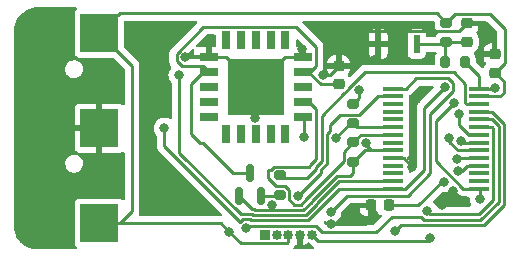
<source format=gbr>
%TF.GenerationSoftware,KiCad,Pcbnew,7.0.6*%
%TF.CreationDate,2024-02-06T14:07:08+09:00*%
%TF.ProjectId,CO2_sensor,434f325f-7365-46e7-936f-722e6b696361,rev?*%
%TF.SameCoordinates,Original*%
%TF.FileFunction,Copper,L2,Bot*%
%TF.FilePolarity,Positive*%
%FSLAX46Y46*%
G04 Gerber Fmt 4.6, Leading zero omitted, Abs format (unit mm)*
G04 Created by KiCad (PCBNEW 7.0.6) date 2024-02-06 14:07:08*
%MOMM*%
%LPD*%
G01*
G04 APERTURE LIST*
G04 Aperture macros list*
%AMRoundRect*
0 Rectangle with rounded corners*
0 $1 Rounding radius*
0 $2 $3 $4 $5 $6 $7 $8 $9 X,Y pos of 4 corners*
0 Add a 4 corners polygon primitive as box body*
4,1,4,$2,$3,$4,$5,$6,$7,$8,$9,$2,$3,0*
0 Add four circle primitives for the rounded corners*
1,1,$1+$1,$2,$3*
1,1,$1+$1,$4,$5*
1,1,$1+$1,$6,$7*
1,1,$1+$1,$8,$9*
0 Add four rect primitives between the rounded corners*
20,1,$1+$1,$2,$3,$4,$5,0*
20,1,$1+$1,$4,$5,$6,$7,0*
20,1,$1+$1,$6,$7,$8,$9,0*
20,1,$1+$1,$8,$9,$2,$3,0*%
G04 Aperture macros list end*
%TA.AperFunction,ComponentPad*%
%ADD10R,0.850000X0.850000*%
%TD*%
%TA.AperFunction,ComponentPad*%
%ADD11O,0.850000X0.850000*%
%TD*%
%TA.AperFunction,SMDPad,CuDef*%
%ADD12RoundRect,0.225000X0.250000X-0.225000X0.250000X0.225000X-0.250000X0.225000X-0.250000X-0.225000X0*%
%TD*%
%TA.AperFunction,SMDPad,CuDef*%
%ADD13R,0.800000X1.500000*%
%TD*%
%TA.AperFunction,SMDPad,CuDef*%
%ADD14R,1.500000X0.800000*%
%TD*%
%TA.AperFunction,SMDPad,CuDef*%
%ADD15R,4.800000X4.800000*%
%TD*%
%TA.AperFunction,SMDPad,CuDef*%
%ADD16R,1.651000X0.431800*%
%TD*%
%TA.AperFunction,SMDPad,CuDef*%
%ADD17RoundRect,0.200000X0.275000X-0.200000X0.275000X0.200000X-0.275000X0.200000X-0.275000X-0.200000X0*%
%TD*%
%TA.AperFunction,SMDPad,CuDef*%
%ADD18R,0.550000X1.500000*%
%TD*%
%TA.AperFunction,SMDPad,CuDef*%
%ADD19RoundRect,0.225000X-0.250000X0.225000X-0.250000X-0.225000X0.250000X-0.225000X0.250000X0.225000X0*%
%TD*%
%TA.AperFunction,SMDPad,CuDef*%
%ADD20RoundRect,0.150000X0.150000X-0.587500X0.150000X0.587500X-0.150000X0.587500X-0.150000X-0.587500X0*%
%TD*%
%TA.AperFunction,SMDPad,CuDef*%
%ADD21RoundRect,0.200000X-0.275000X0.200000X-0.275000X-0.200000X0.275000X-0.200000X0.275000X0.200000X0*%
%TD*%
%TA.AperFunction,SMDPad,CuDef*%
%ADD22RoundRect,0.200000X0.200000X0.275000X-0.200000X0.275000X-0.200000X-0.275000X0.200000X-0.275000X0*%
%TD*%
%TA.AperFunction,SMDPad,CuDef*%
%ADD23R,3.200000X3.200000*%
%TD*%
%TA.AperFunction,SMDPad,CuDef*%
%ADD24RoundRect,0.225000X-0.225000X-0.250000X0.225000X-0.250000X0.225000X0.250000X-0.225000X0.250000X0*%
%TD*%
%TA.AperFunction,ViaPad*%
%ADD25C,0.800000*%
%TD*%
%TA.AperFunction,Conductor*%
%ADD26C,0.250000*%
%TD*%
G04 APERTURE END LIST*
D10*
%TO.P,J1,1,Pin_1*%
%TO.N,/ICSPCLK*%
X185500000Y-129250000D03*
D11*
%TO.P,J1,2,Pin_2*%
%TO.N,/ICSPDAT*%
X186500000Y-129250000D03*
%TO.P,J1,3,Pin_3*%
%TO.N,+3.3V*%
X187500000Y-129250000D03*
%TO.P,J1,4,Pin_4*%
%TO.N,GND*%
X188500000Y-129250000D03*
%TO.P,J1,5,Pin_5*%
%TO.N,/MCLR*%
X189500000Y-129250000D03*
%TD*%
D12*
%TO.P,C13,1*%
%TO.N,/CO2_3V3*%
X191750000Y-116525000D03*
%TO.P,C13,2*%
%TO.N,GND*%
X191750000Y-114975000D03*
%TD*%
D13*
%TO.P,1,1,DNC_1*%
%TO.N,unconnected-(1-DNC_1-Pad1)*%
X182250000Y-112750000D03*
%TO.P,1,2,DNC_2*%
%TO.N,unconnected-(1-DNC_2-Pad2)*%
X183500000Y-112750000D03*
%TO.P,1,3,DNC_3*%
%TO.N,unconnected-(1-DNC_3-Pad3)*%
X184750000Y-112750000D03*
%TO.P,1,4,DNC_4*%
%TO.N,unconnected-(1-DNC_4-Pad4)*%
X186000000Y-112750000D03*
%TO.P,1,5,DNC_5*%
%TO.N,unconnected-(1-DNC_5-Pad5)*%
X187250000Y-112750000D03*
D14*
%TO.P,1,6,GND_1*%
%TO.N,GND*%
X188750000Y-114250000D03*
%TO.P,1,7,VDD*%
%TO.N,/CO2_3V3*%
X188750000Y-115500000D03*
%TO.P,1,8,DNC_6*%
%TO.N,unconnected-(1-DNC_6-Pad8)*%
X188750000Y-116750000D03*
%TO.P,1,9,SCL*%
%TO.N,/SCL*%
X188750000Y-118000000D03*
%TO.P,1,10,SDA*%
%TO.N,/SDA*%
X188750000Y-119250000D03*
D13*
%TO.P,1,11,DNC_7*%
%TO.N,unconnected-(1-DNC_7-Pad11)*%
X187250000Y-120750000D03*
%TO.P,1,12,DNC_8*%
%TO.N,unconnected-(1-DNC_8-Pad12)*%
X186000000Y-120750000D03*
%TO.P,1,13,DNC_9*%
%TO.N,unconnected-(1-DNC_9-Pad13)*%
X184750000Y-120750000D03*
%TO.P,1,14,DNC_10*%
%TO.N,unconnected-(1-DNC_10-Pad14)*%
X183500000Y-120750000D03*
%TO.P,1,15,DNC_11*%
%TO.N,unconnected-(1-DNC_11-Pad15)*%
X182250000Y-120750000D03*
D14*
%TO.P,1,16,DNC_12*%
%TO.N,unconnected-(1-DNC_12-Pad16)*%
X180750000Y-119250000D03*
%TO.P,1,17,DNC_13*%
%TO.N,unconnected-(1-DNC_13-Pad17)*%
X180750000Y-118000000D03*
%TO.P,1,18,DNC_14*%
%TO.N,unconnected-(1-DNC_14-Pad18)*%
X180750000Y-116750000D03*
%TO.P,1,19,VDDH*%
%TO.N,/CO2_3V3*%
X180750000Y-115500000D03*
%TO.P,1,20,GND_2*%
%TO.N,GND*%
X180750000Y-114250000D03*
D15*
%TO.P,1,21,GND_3*%
X184750000Y-116750000D03*
%TD*%
D16*
%TO.P,U1,1,RE3/\u002AMCLR/VPP*%
%TO.N,/MCLR*%
X203632200Y-116900126D03*
%TO.P,U1,2,RA0*%
%TO.N,+3.3V*%
X203632200Y-117550112D03*
%TO.P,U1,3,RA1*%
%TO.N,/CO2_PWR*%
X203632200Y-118200098D03*
%TO.P,U1,4,RA2*%
%TO.N,/Screen_PWR*%
X203632200Y-118850084D03*
%TO.P,U1,5,RA3*%
%TO.N,/SD_PWR*%
X203632200Y-119500070D03*
%TO.P,U1,6,RA4*%
%TO.N,/SD_CS*%
X203632200Y-120150056D03*
%TO.P,U1,7,RA5*%
%TO.N,/Screen_CS*%
X203632200Y-120800042D03*
%TO.P,U1,8,VSS*%
%TO.N,GND*%
X203632200Y-121450028D03*
%TO.P,U1,9,RA7*%
%TO.N,/D{slash}C*%
X203632200Y-122100014D03*
%TO.P,U1,10,RA6*%
%TO.N,/Screen_RES*%
X203632200Y-122750000D03*
%TO.P,U1,11,RC0*%
%TO.N,/Screen_BUSY*%
X203632200Y-123399986D03*
%TO.P,U1,12,RC1*%
%TO.N,unconnected-(U1-RC1-Pad12)*%
X203632200Y-124049972D03*
%TO.P,U1,13,RC2*%
%TO.N,unconnected-(U1-RC2-Pad13)*%
X203632200Y-124699958D03*
%TO.P,U1,14,RC3*%
%TO.N,/SCK*%
X203632200Y-125349944D03*
%TO.P,U1,15,RC4*%
%TO.N,/SDI*%
X196367800Y-125349944D03*
%TO.P,U1,16,RC5*%
%TO.N,/SDO*%
X196367800Y-124699958D03*
%TO.P,U1,17,RC6*%
%TO.N,unconnected-(U1-RC6-Pad17)*%
X196367800Y-124049972D03*
%TO.P,U1,18,RC7*%
%TO.N,unconnected-(U1-RC7-Pad18)*%
X196367800Y-123399986D03*
%TO.P,U1,19,VSS*%
%TO.N,GND*%
X196367800Y-122750000D03*
%TO.P,U1,20,VDD*%
%TO.N,+3.3V*%
X196367800Y-122100014D03*
%TO.P,U1,21,RB0*%
%TO.N,unconnected-(U1-RB0-Pad21)*%
X196367800Y-121450028D03*
%TO.P,U1,22,RB1*%
%TO.N,/SCL*%
X196367800Y-120800042D03*
%TO.P,U1,23,RB2*%
%TO.N,/SDA*%
X196367800Y-120150056D03*
%TO.P,U1,24,RB3*%
%TO.N,unconnected-(U1-RB3-Pad24)*%
X196367800Y-119500070D03*
%TO.P,U1,25,RB4*%
%TO.N,unconnected-(U1-RB4-Pad25)*%
X196367800Y-118850084D03*
%TO.P,U1,26,RB5*%
%TO.N,unconnected-(U1-RB5-Pad26)*%
X196367800Y-118200098D03*
%TO.P,U1,27,RB6/ICSPCLK*%
%TO.N,/ICSPCLK*%
X196367800Y-117550112D03*
%TO.P,U1,28,RC7/ICSPDAT*%
%TO.N,/ICSPDAT*%
X196367800Y-116900126D03*
%TD*%
D17*
%TO.P,R5,1*%
%TO.N,Net-(C12-Pad2)*%
X200867800Y-112950035D03*
%TO.P,R5,2*%
%TO.N,+3.3V*%
X200867800Y-111300035D03*
%TD*%
D18*
%TO.P,CB1,1*%
%TO.N,Net-(C12-Pad2)*%
X198367800Y-113125035D03*
%TO.P,CB1,2*%
%TO.N,GND*%
X195117800Y-113125035D03*
%TD*%
D19*
%TO.P,C14,1*%
%TO.N,GND*%
X205000000Y-113975000D03*
%TO.P,C14,2*%
%TO.N,+3.3V*%
X205000000Y-115525000D03*
%TD*%
D17*
%TO.P,R8,1*%
%TO.N,/SDA*%
X193000000Y-119825000D03*
%TO.P,R8,2*%
%TO.N,+3.3V*%
X193000000Y-118175000D03*
%TD*%
D20*
%TO.P,Q2,1,G*%
%TO.N,Net-(Q2-G)*%
X185200000Y-125937500D03*
%TO.P,Q2,2,S*%
%TO.N,+3.3V*%
X183300000Y-125937500D03*
%TO.P,Q2,3,D*%
%TO.N,/CO2_3V3*%
X184250000Y-124062500D03*
%TD*%
D19*
%TO.P,C12,1*%
%TO.N,GND*%
X202617800Y-111350035D03*
%TO.P,C12,2*%
%TO.N,Net-(C12-Pad2)*%
X202617800Y-112900035D03*
%TD*%
D21*
%TO.P,R2,1*%
%TO.N,/CO2_PWR*%
X186759249Y-124235911D03*
%TO.P,R2,2*%
%TO.N,Net-(Q2-G)*%
X186759249Y-125885911D03*
%TD*%
%TO.P,R9,1*%
%TO.N,/SCL*%
X193000000Y-121425000D03*
%TO.P,R9,2*%
%TO.N,+3.3V*%
X193000000Y-123075000D03*
%TD*%
D22*
%TO.P,R6,1*%
%TO.N,/MCLR*%
X202442800Y-114625035D03*
%TO.P,R6,2*%
%TO.N,Net-(C12-Pad2)*%
X200792800Y-114625035D03*
%TD*%
D23*
%TO.P,BT1,1,+*%
%TO.N,+3.3V*%
X171500000Y-128300000D03*
X171500000Y-112200000D03*
%TO.P,BT1,2,-*%
%TO.N,GND*%
X171500000Y-120250000D03*
%TD*%
D24*
%TO.P,C5,1*%
%TO.N,GND*%
X194475000Y-126750000D03*
%TO.P,C5,2*%
%TO.N,Net-(J2-Pin_5)*%
X196025000Y-126750000D03*
%TD*%
D25*
%TO.N,GND*%
X194774000Y-114500000D03*
X204750000Y-112500000D03*
X190423449Y-115699785D03*
X177500000Y-112500000D03*
X188662500Y-113502353D03*
X184693921Y-119400498D03*
X167000000Y-120000000D03*
X178750000Y-114250000D03*
X202097264Y-121329994D03*
X193097043Y-113025500D03*
X200500000Y-126775500D03*
X178250000Y-124750000D03*
X175750000Y-114000000D03*
X201452998Y-125522404D03*
X191100405Y-128325500D03*
X198000000Y-123500000D03*
X194750000Y-127548639D03*
%TO.N,/SDA*%
X191499500Y-121026507D03*
X188821751Y-121019178D03*
%TO.N,+3.3V*%
X193512299Y-117012299D03*
X186076200Y-126773441D03*
X194074500Y-121524542D03*
X182500000Y-129000000D03*
%TO.N,Net-(J2-Pin_5)*%
X200693201Y-124763313D03*
%TO.N,/ICSPCLK*%
X188283749Y-125974570D03*
%TO.N,/ICSPDAT*%
X191084223Y-127326128D03*
%TO.N,/MCLR*%
X205025500Y-116825612D03*
X199500000Y-129500000D03*
%TO.N,/Screen_BUSY*%
X201860089Y-123835490D03*
%TO.N,/Screen_RES*%
X201779414Y-122839248D03*
%TO.N,/D{slash}C*%
X201125180Y-121097491D03*
%TO.N,/Screen_CS*%
X201931007Y-119016955D03*
%TO.N,/SCK*%
X203750000Y-126250000D03*
X201554496Y-118091080D03*
%TO.N,/SDI*%
X200737701Y-116750000D03*
X177000000Y-120250000D03*
%TO.N,/SD_CS*%
X199250000Y-127274500D03*
%TO.N,/SDO*%
X178250000Y-115750000D03*
%TO.N,/Screen_PWR*%
X196546077Y-128910430D03*
%TO.N,/SD_PWR*%
X183925096Y-128674500D03*
%TD*%
D26*
%TO.N,GND*%
X180750000Y-114250000D02*
X182250000Y-114250000D01*
X178750000Y-114250000D02*
X180750000Y-114250000D01*
X193973139Y-128325500D02*
X194750000Y-127548639D01*
X194750000Y-127025000D02*
X194475000Y-126750000D01*
X201917800Y-112050035D02*
X202617800Y-111350035D01*
X184693921Y-119400498D02*
X184750000Y-119344419D01*
X187250000Y-114250000D02*
X184750000Y-116750000D01*
X196367800Y-122750000D02*
X197250000Y-122750000D01*
X191025215Y-115699785D02*
X191750000Y-114975000D01*
X184750000Y-119344419D02*
X184750000Y-116750000D01*
X190423449Y-115699785D02*
X191025215Y-115699785D01*
X202217298Y-121450028D02*
X203632200Y-121450028D01*
X202097264Y-121329994D02*
X202217298Y-121450028D01*
X191100405Y-128325500D02*
X193973139Y-128325500D01*
X194072508Y-112050035D02*
X201917800Y-112050035D01*
X201452998Y-125822502D02*
X200500000Y-126775500D01*
X182250000Y-114250000D02*
X184750000Y-116750000D01*
X188750000Y-114250000D02*
X187250000Y-114250000D01*
X193097043Y-113025500D02*
X194072508Y-112050035D01*
X197250000Y-122750000D02*
X198000000Y-123500000D01*
X194750000Y-127548639D02*
X194750000Y-127025000D01*
X201452998Y-125522404D02*
X201452998Y-125822502D01*
X195018265Y-113025500D02*
X195117800Y-113125035D01*
X193097043Y-113025500D02*
X195018265Y-113025500D01*
%TO.N,/CO2_3V3*%
X188175000Y-111675000D02*
X180299695Y-111675000D01*
X182812500Y-124062500D02*
X180250000Y-121500000D01*
X188750000Y-115500000D02*
X189300000Y-115500000D01*
X180225000Y-114975000D02*
X180750000Y-115500000D01*
X180000000Y-121500000D02*
X179250000Y-120750000D01*
X188750000Y-115500000D02*
X189198359Y-115500000D01*
X179250000Y-120750000D02*
X179250000Y-116500000D01*
X180250000Y-121500000D02*
X180000000Y-121500000D01*
X178449695Y-114975000D02*
X180225000Y-114975000D01*
X189300000Y-115500000D02*
X189825000Y-114975000D01*
X189825000Y-113325000D02*
X188175000Y-111675000D01*
X180250000Y-115500000D02*
X180750000Y-115500000D01*
X189198359Y-115500000D02*
X190223359Y-116525000D01*
X179250000Y-116500000D02*
X180250000Y-115500000D01*
X178025000Y-113949695D02*
X178025000Y-114550305D01*
X189825000Y-114975000D02*
X189825000Y-113325000D01*
X190223359Y-116525000D02*
X191750000Y-116525000D01*
X180299695Y-111675000D02*
X178025000Y-113949695D01*
X184250000Y-124062500D02*
X182812500Y-124062500D01*
X178025000Y-114550305D02*
X178449695Y-114975000D01*
%TO.N,/SCL*%
X186466787Y-125160911D02*
X185750000Y-124444124D01*
X186027698Y-123750000D02*
X186266787Y-123510911D01*
X187559249Y-125468449D02*
X187251711Y-125160911D01*
X186266787Y-123510911D02*
X189239089Y-123510911D01*
X192200000Y-122225000D02*
X192200000Y-123050000D01*
X189250000Y-118000000D02*
X188750000Y-118000000D01*
X189008749Y-126241251D02*
X189008749Y-126274875D01*
X189350000Y-123400000D02*
X189350000Y-123377208D01*
X187983444Y-126699570D02*
X187559249Y-126275375D01*
X185750000Y-123750000D02*
X186027698Y-123750000D01*
X189008749Y-126274875D02*
X188584054Y-126699570D01*
X193624958Y-120800042D02*
X193000000Y-121425000D01*
X193000000Y-121425000D02*
X192200000Y-122225000D01*
X189350000Y-123377208D02*
X189875000Y-122852208D01*
X189875000Y-118625000D02*
X189250000Y-118000000D01*
X189875000Y-122852208D02*
X189875000Y-118625000D01*
X192200000Y-123050000D02*
X189008749Y-126241251D01*
X185750000Y-124444124D02*
X185750000Y-123750000D01*
X188584054Y-126699570D02*
X187983444Y-126699570D01*
X187251711Y-125160911D02*
X186466787Y-125160911D01*
X196367800Y-120800042D02*
X193624958Y-120800042D01*
X189239089Y-123510911D02*
X189350000Y-123400000D01*
X187559249Y-126275375D02*
X187559249Y-125468449D01*
%TO.N,/SDA*%
X188821751Y-121019178D02*
X188821751Y-119321751D01*
X196367800Y-120150056D02*
X193325056Y-120150056D01*
X188821751Y-119321751D02*
X188750000Y-119250000D01*
X191499500Y-121026507D02*
X192701007Y-119825000D01*
X193325056Y-120150056D02*
X193000000Y-119825000D01*
X192701007Y-119825000D02*
X193000000Y-119825000D01*
%TO.N,+3.3V*%
X194500000Y-122100014D02*
X193974986Y-122100014D01*
X174250000Y-114950000D02*
X171500000Y-112200000D01*
X205800000Y-114725000D02*
X205000000Y-115525000D01*
X194074500Y-121524542D02*
X194074500Y-121674514D01*
X186000000Y-127150000D02*
X184698693Y-127150000D01*
X205000000Y-115525000D02*
X205750000Y-116275000D01*
X187351040Y-130000000D02*
X183500000Y-130000000D01*
X205750000Y-117250000D02*
X205449888Y-117550112D01*
X171500000Y-112200000D02*
X173200000Y-110500000D01*
X205750000Y-116275000D02*
X205750000Y-117250000D01*
X187500000Y-129851040D02*
X187351040Y-130000000D01*
X184412000Y-127049500D02*
X183300000Y-125937500D01*
X200867800Y-111300035D02*
X201592800Y-110575035D01*
X186076200Y-126773441D02*
X186076200Y-127073800D01*
X200067765Y-110500000D02*
X200867800Y-111300035D01*
X204575035Y-110575035D02*
X205800000Y-111800000D01*
X205449888Y-117550112D02*
X203632200Y-117550112D01*
X184598193Y-127049500D02*
X184412000Y-127049500D01*
X189458749Y-126461271D02*
X188770020Y-127150000D01*
X196367800Y-122100014D02*
X194500000Y-122100014D01*
X191636438Y-124249958D02*
X189458749Y-126427647D01*
X188770020Y-127150000D02*
X186000000Y-127150000D01*
X174250000Y-127250000D02*
X174250000Y-114950000D01*
X193662500Y-122412500D02*
X193000000Y-123075000D01*
X182500000Y-129000000D02*
X181800000Y-128300000D01*
X186076200Y-127073800D02*
X186000000Y-127150000D01*
X193000000Y-124000000D02*
X192750042Y-124249958D01*
X173200000Y-128300000D02*
X174250000Y-127250000D01*
X193512299Y-117012299D02*
X193512299Y-117662701D01*
X181800000Y-128300000D02*
X171500000Y-128300000D01*
X205800000Y-111800000D02*
X205800000Y-114725000D01*
X201592800Y-110575035D02*
X204575035Y-110575035D01*
X171500000Y-128300000D02*
X173200000Y-128300000D01*
X193974986Y-122100014D02*
X193662500Y-122412500D01*
X183500000Y-130000000D02*
X182500000Y-129000000D01*
X184698693Y-127150000D02*
X184598193Y-127049500D01*
X193000000Y-123075000D02*
X193000000Y-124000000D01*
X193512299Y-117662701D02*
X193000000Y-118175000D01*
X189458749Y-126427647D02*
X189458749Y-126461271D01*
X192750042Y-124249958D02*
X191636438Y-124249958D01*
X194074500Y-121674514D02*
X194500000Y-122100014D01*
X173200000Y-110500000D02*
X200067765Y-110500000D01*
X187500000Y-129250000D02*
X187500000Y-129851040D01*
%TO.N,Net-(J2-Pin_5)*%
X200486687Y-124763313D02*
X198500000Y-126750000D01*
X200693201Y-124763313D02*
X200486687Y-124763313D01*
X198500000Y-126750000D02*
X196025000Y-126750000D01*
%TO.N,Net-(C12-Pad2)*%
X200692800Y-113125035D02*
X200867800Y-112950035D01*
X198367800Y-113125035D02*
X200692800Y-113125035D01*
X200917800Y-112900035D02*
X200867800Y-112950035D01*
X202617800Y-112900035D02*
X200917800Y-112900035D01*
X200792800Y-113025035D02*
X200867800Y-112950035D01*
X200792800Y-114625035D02*
X200792800Y-113025035D01*
%TO.N,/ICSPCLK*%
X188283749Y-125974570D02*
X190250000Y-124008319D01*
X191900000Y-119100000D02*
X193492462Y-119100000D01*
X191000000Y-120000000D02*
X191900000Y-119100000D01*
X190775000Y-123225000D02*
X190775000Y-120699695D01*
X195042350Y-117550112D02*
X196367800Y-117550112D01*
X193492462Y-119100000D02*
X195042350Y-117550112D01*
X190250000Y-123750000D02*
X190775000Y-123225000D01*
X191000000Y-120474695D02*
X191000000Y-120000000D01*
X190250000Y-124008319D02*
X190250000Y-123750000D01*
X190775000Y-120699695D02*
X191000000Y-120474695D01*
%TO.N,/ICSPDAT*%
X199500000Y-124050000D02*
X199500000Y-119013006D01*
X191084223Y-127326128D02*
X192460351Y-125950000D01*
X197443300Y-116900126D02*
X196367800Y-116900126D01*
X197600000Y-125950000D02*
X199500000Y-124050000D01*
X199500000Y-119013006D02*
X201462701Y-117050305D01*
X201462701Y-116449695D02*
X201038006Y-116025000D01*
X201038006Y-116025000D02*
X198318426Y-116025000D01*
X198318426Y-116025000D02*
X197443300Y-116900126D01*
X201462701Y-117050305D02*
X201462701Y-116449695D01*
X192460351Y-125950000D02*
X197600000Y-125950000D01*
%TO.N,/MCLR*%
X203632200Y-115814435D02*
X202442800Y-114625035D01*
X199500000Y-129500000D02*
X199250000Y-129750000D01*
X204950986Y-116900126D02*
X203632200Y-116900126D01*
X203632200Y-116900126D02*
X203632200Y-115814435D01*
X199250000Y-129750000D02*
X190000000Y-129750000D01*
X190000000Y-129750000D02*
X189500000Y-129250000D01*
X205025500Y-116825612D02*
X204950986Y-116900126D01*
%TO.N,/Screen_BUSY*%
X202601432Y-123399986D02*
X203632200Y-123399986D01*
X202165928Y-123835490D02*
X202601432Y-123399986D01*
X201860089Y-123835490D02*
X202165928Y-123835490D01*
%TO.N,/Screen_RES*%
X201868662Y-122750000D02*
X203632200Y-122750000D01*
X201779414Y-122839248D02*
X201868662Y-122750000D01*
%TO.N,/D{slash}C*%
X201125180Y-121383215D02*
X201841319Y-122099354D01*
X201125180Y-121097491D02*
X201125180Y-121383215D01*
X202451148Y-122099354D02*
X202451808Y-122100014D01*
X202451808Y-122100014D02*
X203632200Y-122100014D01*
X201841319Y-122099354D02*
X202451148Y-122099354D01*
%TO.N,/Screen_CS*%
X201931007Y-119967607D02*
X201931007Y-119016955D01*
X202763442Y-120800042D02*
X201931007Y-119967607D01*
X203632200Y-120800042D02*
X202763442Y-120800042D01*
%TO.N,/SCK*%
X203750000Y-125467744D02*
X203632200Y-125349944D01*
X203750000Y-126250000D02*
X203750000Y-125467744D01*
X200000000Y-123044807D02*
X202305137Y-125349944D01*
X202305137Y-125349944D02*
X203632200Y-125349944D01*
X200000000Y-119645576D02*
X200000000Y-123044807D01*
X201554496Y-118091080D02*
X200000000Y-119645576D01*
%TO.N,/SDI*%
X184225401Y-127949500D02*
X183624791Y-127949500D01*
X191809244Y-125349944D02*
X190358749Y-126800439D01*
X200737701Y-116750000D02*
X200737701Y-116762299D01*
X190358749Y-126834063D02*
X189142812Y-128050000D01*
X184325901Y-128050000D02*
X184225401Y-127949500D01*
X197409214Y-125349944D02*
X196367800Y-125349944D01*
X200737701Y-116762299D02*
X199000000Y-118500000D01*
X183624791Y-127949500D02*
X183412145Y-128162145D01*
X190358749Y-126800439D02*
X190358749Y-126834063D01*
X196367800Y-125349944D02*
X191809244Y-125349944D01*
X177000000Y-121750000D02*
X177000000Y-120250000D01*
X199000000Y-123759158D02*
X197409214Y-125349944D01*
X183412145Y-128162145D02*
X177000000Y-121750000D01*
X199000000Y-118500000D02*
X199000000Y-123759158D01*
X189142812Y-128050000D02*
X184325901Y-128050000D01*
%TO.N,/SD_CS*%
X204782700Y-120225056D02*
X204782700Y-126330904D01*
X199475500Y-127500000D02*
X199250000Y-127274500D01*
X203632200Y-120150056D02*
X204707700Y-120150056D01*
X204782700Y-126330904D02*
X203613604Y-127500000D01*
X204707700Y-120150056D02*
X204782700Y-120225056D01*
X203613604Y-127500000D02*
X199475500Y-127500000D01*
%TO.N,/SDO*%
X191822834Y-124699958D02*
X189908749Y-126614043D01*
X189908749Y-126647667D02*
X188956416Y-127600000D01*
X183452749Y-127499500D02*
X178250000Y-122296751D01*
X188956416Y-127600000D02*
X184512297Y-127600000D01*
X184512297Y-127600000D02*
X184411797Y-127499500D01*
X184411797Y-127499500D02*
X183452749Y-127499500D01*
X178250000Y-122296751D02*
X178250000Y-115750000D01*
X196367800Y-124699958D02*
X191822834Y-124699958D01*
X189908749Y-126614043D02*
X189908749Y-126647667D01*
%TO.N,Net-(Q2-G)*%
X186707660Y-125937500D02*
X186759249Y-125885911D01*
X185200000Y-125937500D02*
X186707660Y-125937500D01*
%TO.N,/CO2_PWR*%
X189800000Y-123700000D02*
X189075000Y-124425000D01*
X190325000Y-123038604D02*
X189800000Y-123563604D01*
X203632200Y-118200098D02*
X202590786Y-118200098D01*
X202481700Y-118091012D02*
X202481700Y-116481700D01*
X192227817Y-117300000D02*
X192200000Y-117300000D01*
X202481700Y-116481700D02*
X201500000Y-115500000D01*
X189075000Y-124425000D02*
X186750000Y-124425000D01*
X190325000Y-119175000D02*
X190325000Y-123038604D01*
X192550000Y-116977817D02*
X192227817Y-117300000D01*
X192200000Y-117300000D02*
X190325000Y-119175000D01*
X192550000Y-116950000D02*
X192550000Y-116977817D01*
X202590786Y-118200098D02*
X202481700Y-118091012D01*
X189800000Y-123563604D02*
X189800000Y-123700000D01*
X194000000Y-115500000D02*
X192550000Y-116950000D01*
X201500000Y-115500000D02*
X194000000Y-115500000D01*
%TO.N,/Screen_PWR*%
X204051000Y-128449000D02*
X205750000Y-126750000D01*
X205750000Y-126750000D02*
X205750000Y-119905974D01*
X205750000Y-119905974D02*
X204694110Y-118850084D01*
X197007507Y-128449000D02*
X204051000Y-128449000D01*
X204694110Y-118850084D02*
X203632200Y-118850084D01*
X196546077Y-128910430D02*
X197007507Y-128449000D01*
%TO.N,/SD_PWR*%
X196250000Y-127750000D02*
X198700195Y-127750000D01*
X183925096Y-128674500D02*
X184099596Y-128500000D01*
X198700195Y-127750000D02*
X198949695Y-127999500D01*
X190360661Y-129050000D02*
X194950000Y-129050000D01*
X205300000Y-126450000D02*
X205300000Y-120092370D01*
X205300000Y-120092370D02*
X204707700Y-119500070D01*
X194950000Y-129050000D02*
X196250000Y-127750000D01*
X203750500Y-127999500D02*
X205300000Y-126450000D01*
X184099596Y-128500000D02*
X189810661Y-128500000D01*
X198949695Y-127999500D02*
X203750500Y-127999500D01*
X189810661Y-128500000D02*
X190360661Y-129050000D01*
X204707700Y-119500070D02*
X203632200Y-119500070D01*
%TD*%
%TA.AperFunction,Conductor*%
%TO.N,GND*%
G36*
X169560145Y-110020185D02*
G01*
X169605900Y-110072989D01*
X169615844Y-110142147D01*
X169586819Y-110205703D01*
X169567418Y-110223766D01*
X169542452Y-110242455D01*
X169456206Y-110357664D01*
X169456202Y-110357671D01*
X169405908Y-110492517D01*
X169399501Y-110552116D01*
X169399500Y-110552135D01*
X169399500Y-113847870D01*
X169399501Y-113847876D01*
X169405908Y-113907483D01*
X169456202Y-114042328D01*
X169456206Y-114042335D01*
X169542452Y-114157544D01*
X169542455Y-114157547D01*
X169657664Y-114243793D01*
X169657671Y-114243797D01*
X169792517Y-114294091D01*
X169792516Y-114294091D01*
X169799444Y-114294835D01*
X169852127Y-114300500D01*
X172664546Y-114300499D01*
X172731585Y-114320184D01*
X172752227Y-114336818D01*
X173588181Y-115172771D01*
X173621666Y-115234094D01*
X173624500Y-115260452D01*
X173624500Y-118170337D01*
X173604815Y-118237376D01*
X173552011Y-118283131D01*
X173482853Y-118293075D01*
X173426189Y-118269604D01*
X173342089Y-118206647D01*
X173342086Y-118206645D01*
X173207379Y-118156403D01*
X173207372Y-118156401D01*
X173147844Y-118150000D01*
X171750000Y-118150000D01*
X171750000Y-122350000D01*
X173147828Y-122350000D01*
X173147844Y-122349999D01*
X173207372Y-122343598D01*
X173207379Y-122343596D01*
X173342086Y-122293354D01*
X173342089Y-122293352D01*
X173426188Y-122230396D01*
X173491653Y-122205978D01*
X173559926Y-122220829D01*
X173609332Y-122270234D01*
X173624500Y-122329662D01*
X173624500Y-126219713D01*
X173604815Y-126286752D01*
X173552011Y-126332507D01*
X173482853Y-126342451D01*
X173426189Y-126318980D01*
X173413302Y-126309333D01*
X173342331Y-126256204D01*
X173342329Y-126256203D01*
X173342328Y-126256202D01*
X173207482Y-126205908D01*
X173207483Y-126205908D01*
X173147883Y-126199501D01*
X173147881Y-126199500D01*
X173147873Y-126199500D01*
X173147864Y-126199500D01*
X169852129Y-126199500D01*
X169852123Y-126199501D01*
X169792516Y-126205908D01*
X169657671Y-126256202D01*
X169657664Y-126256206D01*
X169542455Y-126342452D01*
X169542452Y-126342455D01*
X169456206Y-126457664D01*
X169456202Y-126457671D01*
X169405908Y-126592517D01*
X169399501Y-126652116D01*
X169399500Y-126652135D01*
X169399500Y-129947870D01*
X169399501Y-129947876D01*
X169405908Y-130007483D01*
X169456202Y-130142328D01*
X169456206Y-130142335D01*
X169542452Y-130257544D01*
X169542453Y-130257544D01*
X169542454Y-130257546D01*
X169564987Y-130274414D01*
X169567418Y-130276234D01*
X169609288Y-130332168D01*
X169614272Y-130401860D01*
X169580786Y-130463182D01*
X169519462Y-130496667D01*
X169493106Y-130499500D01*
X166252024Y-130499500D01*
X166247974Y-130499367D01*
X166206777Y-130496667D01*
X166166350Y-130494017D01*
X165984560Y-130481015D01*
X165976880Y-130479980D01*
X165860579Y-130456846D01*
X165716352Y-130425472D01*
X165709596Y-130423597D01*
X165677881Y-130412831D01*
X165590578Y-130383196D01*
X165555768Y-130370212D01*
X165458257Y-130333841D01*
X165452499Y-130331355D01*
X165337047Y-130274421D01*
X165215091Y-130207828D01*
X165210357Y-130204962D01*
X165103349Y-130133461D01*
X165100639Y-130131543D01*
X165060592Y-130101564D01*
X164991353Y-130049732D01*
X164987648Y-130046729D01*
X164890492Y-129961526D01*
X164887549Y-129958769D01*
X164791228Y-129862448D01*
X164788469Y-129859502D01*
X164755450Y-129821851D01*
X164703265Y-129762345D01*
X164700271Y-129758652D01*
X164618454Y-129649358D01*
X164616537Y-129646649D01*
X164545036Y-129539641D01*
X164542170Y-129534906D01*
X164475578Y-129412952D01*
X164418643Y-129297499D01*
X164416157Y-129291741D01*
X164395671Y-129236818D01*
X164366805Y-129159425D01*
X164326395Y-129040383D01*
X164324531Y-129033666D01*
X164293153Y-128889420D01*
X164288641Y-128866738D01*
X164270015Y-128773100D01*
X164268985Y-128765459D01*
X164255986Y-128583708D01*
X164252938Y-128537198D01*
X164250633Y-128502019D01*
X164250500Y-128497964D01*
X164250500Y-123293933D01*
X168595668Y-123293933D01*
X168625989Y-123465885D01*
X168626135Y-123466711D01*
X168695623Y-123627804D01*
X168695624Y-123627806D01*
X168695626Y-123627809D01*
X168758096Y-123711720D01*
X168800390Y-123768530D01*
X168934786Y-123881302D01*
X169012488Y-123920325D01*
X169091562Y-123960038D01*
X169091563Y-123960038D01*
X169091567Y-123960040D01*
X169262279Y-124000500D01*
X169262282Y-124000500D01*
X169393701Y-124000500D01*
X169393709Y-124000500D01*
X169524255Y-123985241D01*
X169689117Y-123925237D01*
X169835696Y-123828830D01*
X169956092Y-123701218D01*
X170043812Y-123549281D01*
X170094130Y-123381210D01*
X170104331Y-123206065D01*
X170073865Y-123033289D01*
X170004377Y-122872196D01*
X169998531Y-122864344D01*
X169899609Y-122731469D01*
X169765214Y-122618698D01*
X169765212Y-122618697D01*
X169608437Y-122539961D01*
X169608433Y-122539960D01*
X169437721Y-122499500D01*
X169306291Y-122499500D01*
X169201854Y-122511707D01*
X169175743Y-122514759D01*
X169175740Y-122514760D01*
X169010884Y-122574762D01*
X169010880Y-122574764D01*
X168864306Y-122671167D01*
X168864305Y-122671168D01*
X168743910Y-122798778D01*
X168656188Y-122950718D01*
X168605870Y-123118789D01*
X168605869Y-123118794D01*
X168595668Y-123293933D01*
X164250500Y-123293933D01*
X164250500Y-120500000D01*
X169400000Y-120500000D01*
X169400000Y-121897844D01*
X169406401Y-121957372D01*
X169406403Y-121957379D01*
X169456645Y-122092086D01*
X169456649Y-122092093D01*
X169542809Y-122207187D01*
X169542812Y-122207190D01*
X169657906Y-122293350D01*
X169657913Y-122293354D01*
X169792620Y-122343596D01*
X169792627Y-122343598D01*
X169852155Y-122349999D01*
X169852172Y-122350000D01*
X171250000Y-122350000D01*
X171250000Y-120500000D01*
X169400000Y-120500000D01*
X164250500Y-120500000D01*
X164250500Y-120000000D01*
X169400000Y-120000000D01*
X171250000Y-120000000D01*
X171250000Y-118150000D01*
X169852155Y-118150000D01*
X169792627Y-118156401D01*
X169792620Y-118156403D01*
X169657913Y-118206645D01*
X169657906Y-118206649D01*
X169542812Y-118292809D01*
X169542809Y-118292812D01*
X169456649Y-118407906D01*
X169456645Y-118407913D01*
X169406403Y-118542620D01*
X169406401Y-118542627D01*
X169400000Y-118602155D01*
X169400000Y-120000000D01*
X164250500Y-120000000D01*
X164250500Y-115293933D01*
X168595668Y-115293933D01*
X168624855Y-115459452D01*
X168626135Y-115466711D01*
X168695623Y-115627804D01*
X168695624Y-115627806D01*
X168695626Y-115627809D01*
X168766708Y-115723288D01*
X168800390Y-115768530D01*
X168934786Y-115881302D01*
X169012488Y-115920325D01*
X169091562Y-115960038D01*
X169091563Y-115960038D01*
X169091567Y-115960040D01*
X169262279Y-116000500D01*
X169262282Y-116000500D01*
X169393701Y-116000500D01*
X169393709Y-116000500D01*
X169524255Y-115985241D01*
X169689117Y-115925237D01*
X169835696Y-115828830D01*
X169956092Y-115701218D01*
X170043812Y-115549281D01*
X170094130Y-115381210D01*
X170104331Y-115206065D01*
X170073865Y-115033289D01*
X170004377Y-114872196D01*
X169989327Y-114851981D01*
X169899609Y-114731469D01*
X169765214Y-114618698D01*
X169765212Y-114618697D01*
X169608437Y-114539961D01*
X169608433Y-114539960D01*
X169437721Y-114499500D01*
X169306291Y-114499500D01*
X169201854Y-114511707D01*
X169175743Y-114514759D01*
X169175740Y-114514760D01*
X169010884Y-114574762D01*
X169010880Y-114574764D01*
X168864306Y-114671167D01*
X168864305Y-114671168D01*
X168743910Y-114798778D01*
X168656188Y-114950718D01*
X168605870Y-115118789D01*
X168605869Y-115118794D01*
X168595668Y-115293933D01*
X164250500Y-115293933D01*
X164250500Y-112002036D01*
X164250633Y-111997981D01*
X164255982Y-111916360D01*
X164258331Y-111883516D01*
X164268986Y-111734536D01*
X164270014Y-111726903D01*
X164293153Y-111610579D01*
X164299729Y-111580350D01*
X164324533Y-111466323D01*
X164326392Y-111459625D01*
X164366815Y-111340543D01*
X164416159Y-111208251D01*
X164418633Y-111202520D01*
X164475583Y-111087036D01*
X164542179Y-110965076D01*
X164545019Y-110960384D01*
X164616563Y-110853311D01*
X164618428Y-110850676D01*
X164700291Y-110741321D01*
X164703244Y-110737678D01*
X164788503Y-110640459D01*
X164791198Y-110637581D01*
X164887581Y-110541198D01*
X164890459Y-110538503D01*
X164987678Y-110453244D01*
X164991321Y-110450291D01*
X165100676Y-110368428D01*
X165103311Y-110366563D01*
X165210384Y-110295019D01*
X165215076Y-110292179D01*
X165337036Y-110225583D01*
X165452520Y-110168633D01*
X165458251Y-110166159D01*
X165590543Y-110116815D01*
X165709625Y-110076392D01*
X165716323Y-110074533D01*
X165860548Y-110043158D01*
X165976903Y-110020014D01*
X165984536Y-110018986D01*
X166166244Y-110005989D01*
X166219211Y-110002517D01*
X166247981Y-110000633D01*
X166252036Y-110000500D01*
X169493106Y-110000500D01*
X169560145Y-110020185D01*
G37*
%TD.AperFunction*%
%TA.AperFunction,Conductor*%
G36*
X188750000Y-130142524D02*
G01*
X188787412Y-130134573D01*
X188965049Y-130055484D01*
X189122357Y-129941192D01*
X189127190Y-129936842D01*
X189128025Y-129937770D01*
X189181702Y-129904700D01*
X189251559Y-129906029D01*
X189302049Y-129936639D01*
X189499194Y-130133784D01*
X189509019Y-130146048D01*
X189509240Y-130145866D01*
X189514210Y-130151873D01*
X189514213Y-130151876D01*
X189514214Y-130151877D01*
X189564651Y-130199241D01*
X189585530Y-130220120D01*
X189587466Y-130221622D01*
X189591004Y-130224366D01*
X189595446Y-130228160D01*
X189629415Y-130260060D01*
X189629417Y-130260061D01*
X189629418Y-130260062D01*
X189639330Y-130265511D01*
X189641744Y-130266838D01*
X189691008Y-130316385D01*
X189705664Y-130384700D01*
X189681060Y-130450094D01*
X189625007Y-130491805D01*
X189582006Y-130499500D01*
X188035663Y-130499500D01*
X187968624Y-130479815D01*
X187922869Y-130427011D01*
X187912925Y-130357853D01*
X187941950Y-130294297D01*
X187945273Y-130290614D01*
X187949228Y-130286402D01*
X187970115Y-130265516D01*
X187970115Y-130265515D01*
X187970120Y-130265511D01*
X187974379Y-130260018D01*
X187978152Y-130255601D01*
X188010062Y-130221622D01*
X188019713Y-130204064D01*
X188030396Y-130187801D01*
X188042673Y-130171976D01*
X188042672Y-130171976D01*
X188047459Y-130165807D01*
X188049928Y-130167722D01*
X188090380Y-130129921D01*
X188159117Y-130117388D01*
X188196527Y-130127423D01*
X188212587Y-130134573D01*
X188249999Y-130142524D01*
X188250000Y-130142524D01*
X188250000Y-129274623D01*
X188264505Y-129347545D01*
X188319760Y-129430240D01*
X188402455Y-129485495D01*
X188475376Y-129500000D01*
X188524624Y-129500000D01*
X188597545Y-129485495D01*
X188680240Y-129430240D01*
X188735495Y-129347545D01*
X188750000Y-129274623D01*
X188750000Y-130142524D01*
G37*
%TD.AperFunction*%
%TA.AperFunction,Conductor*%
G36*
X190655131Y-128120803D02*
G01*
X190705963Y-128143435D01*
X190804304Y-128187221D01*
X190857541Y-128232472D01*
X190877862Y-128299321D01*
X190858816Y-128366544D01*
X190806450Y-128412799D01*
X190753868Y-128424500D01*
X190671114Y-128424500D01*
X190604075Y-128404815D01*
X190583433Y-128388181D01*
X190517016Y-128321764D01*
X190483531Y-128260441D01*
X190488515Y-128190749D01*
X190530387Y-128134816D01*
X190595851Y-128110399D01*
X190655131Y-128120803D01*
G37*
%TD.AperFunction*%
%TA.AperFunction,Conductor*%
G36*
X194668039Y-126595185D02*
G01*
X194713794Y-126647989D01*
X194725000Y-126699500D01*
X194725000Y-127724999D01*
X194748308Y-127724999D01*
X194748322Y-127724998D01*
X194847607Y-127714855D01*
X195008481Y-127661547D01*
X195008492Y-127661542D01*
X195152731Y-127572573D01*
X195161959Y-127563345D01*
X195223279Y-127529856D01*
X195292971Y-127534835D01*
X195337327Y-127563339D01*
X195352063Y-127578075D01*
X195351156Y-127578981D01*
X195387202Y-127629886D01*
X195390342Y-127699685D01*
X195357596Y-127757812D01*
X194727228Y-128388181D01*
X194665905Y-128421666D01*
X194639547Y-128424500D01*
X191414578Y-128424500D01*
X191347539Y-128404815D01*
X191301784Y-128352011D01*
X191291840Y-128282853D01*
X191320865Y-128219297D01*
X191364142Y-128187221D01*
X191466518Y-128141638D01*
X191536953Y-128110279D01*
X191690094Y-127999016D01*
X191816756Y-127858344D01*
X191911402Y-127694412D01*
X191969897Y-127514384D01*
X191987544Y-127346472D01*
X192014127Y-127281862D01*
X192023173Y-127271767D01*
X192294940Y-127000000D01*
X193525001Y-127000000D01*
X193525001Y-127048322D01*
X193535144Y-127147607D01*
X193588452Y-127308481D01*
X193588457Y-127308492D01*
X193677424Y-127452728D01*
X193677427Y-127452732D01*
X193797267Y-127572572D01*
X193797271Y-127572575D01*
X193941507Y-127661542D01*
X193941518Y-127661547D01*
X194102393Y-127714855D01*
X194201683Y-127724999D01*
X194225000Y-127724998D01*
X194225000Y-127000000D01*
X193525001Y-127000000D01*
X192294940Y-127000000D01*
X192683122Y-126611819D01*
X192744446Y-126578334D01*
X192770804Y-126575500D01*
X194601000Y-126575500D01*
X194668039Y-126595185D01*
G37*
%TD.AperFunction*%
%TA.AperFunction,Conductor*%
G36*
X179732280Y-111145185D02*
G01*
X179778035Y-111197989D01*
X179787979Y-111267147D01*
X179758954Y-111330703D01*
X179752922Y-111337181D01*
X177641208Y-113448894D01*
X177628951Y-113458715D01*
X177629134Y-113458936D01*
X177623123Y-113463908D01*
X177575772Y-113514331D01*
X177554889Y-113535214D01*
X177554877Y-113535227D01*
X177550621Y-113540712D01*
X177546837Y-113545142D01*
X177514937Y-113579113D01*
X177514936Y-113579115D01*
X177505284Y-113596671D01*
X177494610Y-113612921D01*
X177482329Y-113628756D01*
X177482324Y-113628763D01*
X177463815Y-113671533D01*
X177461245Y-113676779D01*
X177438803Y-113717601D01*
X177433822Y-113737002D01*
X177427521Y-113755405D01*
X177419562Y-113773797D01*
X177419561Y-113773800D01*
X177412271Y-113819822D01*
X177411087Y-113825541D01*
X177399501Y-113870667D01*
X177399500Y-113870677D01*
X177399500Y-113890711D01*
X177397973Y-113910110D01*
X177395951Y-113922879D01*
X177394840Y-113929891D01*
X177396766Y-113950260D01*
X177399225Y-113976278D01*
X177399500Y-113982116D01*
X177399500Y-114467560D01*
X177397775Y-114483177D01*
X177398061Y-114483204D01*
X177397326Y-114490970D01*
X177399500Y-114560119D01*
X177399500Y-114589648D01*
X177399501Y-114589665D01*
X177400368Y-114596536D01*
X177400826Y-114602355D01*
X177402290Y-114648929D01*
X177402291Y-114648932D01*
X177407880Y-114668172D01*
X177411824Y-114687216D01*
X177414336Y-114707097D01*
X177429084Y-114744346D01*
X177431490Y-114750424D01*
X177433382Y-114755952D01*
X177446381Y-114800693D01*
X177456580Y-114817939D01*
X177465136Y-114835405D01*
X177471458Y-114851371D01*
X177472514Y-114854037D01*
X177499898Y-114891728D01*
X177503106Y-114896612D01*
X177526827Y-114936721D01*
X177526833Y-114936729D01*
X177540990Y-114950885D01*
X177553628Y-114965681D01*
X177565405Y-114981891D01*
X177570747Y-114987579D01*
X177568377Y-114989804D01*
X177599134Y-115035340D01*
X177600730Y-115105192D01*
X177573136Y-115155957D01*
X177517466Y-115217785D01*
X177422821Y-115381715D01*
X177422818Y-115381722D01*
X177368375Y-115549281D01*
X177364326Y-115561744D01*
X177344540Y-115750000D01*
X177364326Y-115938256D01*
X177364327Y-115938259D01*
X177422818Y-116118277D01*
X177422821Y-116118284D01*
X177517467Y-116282216D01*
X177535396Y-116302128D01*
X177592650Y-116365715D01*
X177622880Y-116428706D01*
X177624500Y-116448687D01*
X177624500Y-119351383D01*
X177604815Y-119418422D01*
X177552011Y-119464177D01*
X177482853Y-119474121D01*
X177450064Y-119464662D01*
X177279807Y-119388857D01*
X177279802Y-119388855D01*
X177134001Y-119357865D01*
X177094646Y-119349500D01*
X176905354Y-119349500D01*
X176872897Y-119356398D01*
X176720197Y-119388855D01*
X176720192Y-119388857D01*
X176547270Y-119465848D01*
X176547265Y-119465851D01*
X176394129Y-119577111D01*
X176267466Y-119717785D01*
X176172821Y-119881715D01*
X176172818Y-119881722D01*
X176128001Y-120019656D01*
X176114326Y-120061744D01*
X176094540Y-120250000D01*
X176114326Y-120438256D01*
X176114327Y-120438259D01*
X176172818Y-120618277D01*
X176172821Y-120618284D01*
X176267467Y-120782216D01*
X176307876Y-120827095D01*
X176342649Y-120865714D01*
X176372879Y-120928705D01*
X176374499Y-120948686D01*
X176374499Y-121667261D01*
X176372776Y-121682878D01*
X176373060Y-121682905D01*
X176372326Y-121690664D01*
X176374500Y-121759814D01*
X176374500Y-121789343D01*
X176374501Y-121789360D01*
X176375368Y-121796231D01*
X176375826Y-121802050D01*
X176377290Y-121848624D01*
X176377291Y-121848627D01*
X176382880Y-121867867D01*
X176386824Y-121886911D01*
X176389336Y-121906792D01*
X176397798Y-121928165D01*
X176406490Y-121950119D01*
X176408382Y-121955647D01*
X176419551Y-121994091D01*
X176421382Y-122000390D01*
X176421633Y-122000815D01*
X176431580Y-122017634D01*
X176440138Y-122035103D01*
X176447514Y-122053732D01*
X176474898Y-122091423D01*
X176478106Y-122096307D01*
X176501827Y-122136416D01*
X176501833Y-122136424D01*
X176515990Y-122150580D01*
X176528627Y-122165375D01*
X176540406Y-122181587D01*
X176571351Y-122207187D01*
X176576309Y-122211288D01*
X176580620Y-122215210D01*
X180517818Y-126152409D01*
X181828228Y-127462819D01*
X181861713Y-127524142D01*
X181856729Y-127593834D01*
X181814857Y-127649767D01*
X181749393Y-127674184D01*
X181740547Y-127674500D01*
X174940092Y-127674500D01*
X174873053Y-127654815D01*
X174827298Y-127602011D01*
X174817354Y-127532853D01*
X174831430Y-127490762D01*
X174836197Y-127482092D01*
X174841180Y-127462680D01*
X174847481Y-127444280D01*
X174855437Y-127425896D01*
X174862729Y-127379852D01*
X174863906Y-127374171D01*
X174875500Y-127329019D01*
X174875500Y-127308982D01*
X174877027Y-127289582D01*
X174878250Y-127281862D01*
X174880160Y-127269804D01*
X174875775Y-127223415D01*
X174875500Y-127217577D01*
X174875500Y-115032737D01*
X174877224Y-115017124D01*
X174876938Y-115017097D01*
X174877671Y-115009335D01*
X174877672Y-115009332D01*
X174875499Y-114940203D01*
X174875500Y-114910650D01*
X174874629Y-114903758D01*
X174874172Y-114897946D01*
X174873977Y-114891728D01*
X174872709Y-114851373D01*
X174867121Y-114832139D01*
X174863174Y-114813081D01*
X174860664Y-114793208D01*
X174845913Y-114755952D01*
X174843507Y-114749875D01*
X174841614Y-114744346D01*
X174829222Y-114701692D01*
X174828617Y-114699610D01*
X174818420Y-114682368D01*
X174809863Y-114664902D01*
X174802486Y-114646268D01*
X174775083Y-114608550D01*
X174771900Y-114603705D01*
X174748170Y-114563579D01*
X174748165Y-114563573D01*
X174734005Y-114549413D01*
X174721370Y-114534620D01*
X174709593Y-114518412D01*
X174673693Y-114488713D01*
X174669381Y-114484790D01*
X173636818Y-113452227D01*
X173603333Y-113390904D01*
X173600499Y-113364546D01*
X173600499Y-111249500D01*
X173620184Y-111182461D01*
X173672988Y-111136706D01*
X173724499Y-111125500D01*
X179665241Y-111125500D01*
X179732280Y-111145185D01*
G37*
%TD.AperFunction*%
%TA.AperFunction,Conductor*%
G36*
X201439401Y-125388679D02*
G01*
X201489891Y-125419289D01*
X201804334Y-125733732D01*
X201814159Y-125745995D01*
X201814380Y-125745813D01*
X201819351Y-125751822D01*
X201845354Y-125776239D01*
X201869772Y-125799170D01*
X201890666Y-125820064D01*
X201896148Y-125824317D01*
X201900580Y-125828101D01*
X201934555Y-125860006D01*
X201952113Y-125869658D01*
X201968370Y-125880337D01*
X201984201Y-125892617D01*
X202003874Y-125901130D01*
X202026970Y-125911126D01*
X202032214Y-125913694D01*
X202073045Y-125936141D01*
X202085660Y-125939379D01*
X202092442Y-125941121D01*
X202110856Y-125947425D01*
X202129241Y-125955382D01*
X202175294Y-125962676D01*
X202180963Y-125963850D01*
X202226118Y-125975444D01*
X202246153Y-125975444D01*
X202265550Y-125976970D01*
X202285333Y-125980104D01*
X202331720Y-125975719D01*
X202337559Y-125975444D01*
X202477417Y-125975444D01*
X202544456Y-125995129D01*
X202551728Y-126000177D01*
X202564368Y-126009639D01*
X202564371Y-126009641D01*
X202699217Y-126059935D01*
X202699215Y-126059935D01*
X202739673Y-126064285D01*
X202804224Y-126091023D01*
X202844072Y-126148416D01*
X202849738Y-126200533D01*
X202844540Y-126249998D01*
X202844540Y-126250000D01*
X202864326Y-126438256D01*
X202864327Y-126438259D01*
X202922818Y-126618277D01*
X202922823Y-126618289D01*
X202963360Y-126688501D01*
X202979833Y-126756401D01*
X202956980Y-126822428D01*
X202902059Y-126865618D01*
X202855973Y-126874500D01*
X200130459Y-126874500D01*
X200063420Y-126854815D01*
X200023072Y-126812499D01*
X199982536Y-126742288D01*
X199982534Y-126742285D01*
X199855870Y-126601611D01*
X199786310Y-126551073D01*
X199743644Y-126495743D01*
X199737665Y-126426130D01*
X199770271Y-126364335D01*
X199771444Y-126363144D01*
X200445570Y-125689018D01*
X200506891Y-125655535D01*
X200559026Y-125655411D01*
X200598555Y-125663813D01*
X200598557Y-125663813D01*
X200787845Y-125663813D01*
X200787847Y-125663813D01*
X200973004Y-125624457D01*
X201145931Y-125547464D01*
X201299072Y-125436201D01*
X201310057Y-125424000D01*
X201369544Y-125387350D01*
X201439401Y-125388679D01*
G37*
%TD.AperFunction*%
%TA.AperFunction,Conductor*%
G36*
X199732585Y-116670185D02*
G01*
X199778340Y-116722989D01*
X199788284Y-116792147D01*
X199759259Y-116855703D01*
X199753227Y-116862181D01*
X198616208Y-117999199D01*
X198603951Y-118009020D01*
X198604134Y-118009241D01*
X198598123Y-118014213D01*
X198550772Y-118064636D01*
X198529889Y-118085518D01*
X198529877Y-118085532D01*
X198525621Y-118091017D01*
X198521837Y-118095447D01*
X198489937Y-118129418D01*
X198489936Y-118129420D01*
X198480284Y-118146976D01*
X198469610Y-118163226D01*
X198457329Y-118179061D01*
X198457324Y-118179068D01*
X198438815Y-118221838D01*
X198436245Y-118227084D01*
X198413803Y-118267906D01*
X198408822Y-118287307D01*
X198402521Y-118305710D01*
X198394562Y-118324102D01*
X198394561Y-118324105D01*
X198387271Y-118370127D01*
X198386087Y-118375846D01*
X198374501Y-118420972D01*
X198374499Y-118420984D01*
X198374499Y-118441020D01*
X198372973Y-118460411D01*
X198369840Y-118480194D01*
X198369839Y-118480197D01*
X198374224Y-118526585D01*
X198374499Y-118532421D01*
X198374500Y-123448703D01*
X198354815Y-123515742D01*
X198338181Y-123536384D01*
X197905480Y-123969086D01*
X197844157Y-124002571D01*
X197774466Y-123997587D01*
X197718532Y-123955716D01*
X197694115Y-123890251D01*
X197693799Y-123881405D01*
X197693799Y-123786201D01*
X197693799Y-123786200D01*
X197688642Y-123738226D01*
X197688643Y-123711720D01*
X197689773Y-123701218D01*
X197693800Y-123663759D01*
X197693799Y-123136214D01*
X197688390Y-123085896D01*
X197688391Y-123059392D01*
X197693299Y-123013744D01*
X197693300Y-123013727D01*
X197693300Y-122965899D01*
X197683347Y-122955947D01*
X197650202Y-122946215D01*
X197617975Y-122916211D01*
X197549178Y-122824311D01*
X197524760Y-122758847D01*
X197539611Y-122690574D01*
X197549178Y-122675689D01*
X197617975Y-122583789D01*
X197673909Y-122541918D01*
X197688029Y-122539370D01*
X197693300Y-122534100D01*
X197693300Y-122486272D01*
X197693299Y-122486255D01*
X197688391Y-122440606D01*
X197688391Y-122414094D01*
X197693799Y-122363794D01*
X197693800Y-122363787D01*
X197693799Y-121836242D01*
X197693798Y-121836240D01*
X197693798Y-121836225D01*
X197688758Y-121789350D01*
X197688642Y-121788277D01*
X197688642Y-121761775D01*
X197693800Y-121713801D01*
X197693799Y-121186256D01*
X197688642Y-121138282D01*
X197688643Y-121111776D01*
X197689485Y-121103950D01*
X197693800Y-121063815D01*
X197693799Y-120536270D01*
X197693798Y-120536268D01*
X197693798Y-120536253D01*
X197688643Y-120488307D01*
X197688642Y-120461803D01*
X197693800Y-120413829D01*
X197693799Y-119886284D01*
X197688642Y-119838310D01*
X197688643Y-119811804D01*
X197689123Y-119807347D01*
X197693800Y-119763843D01*
X197693799Y-119236298D01*
X197693798Y-119236296D01*
X197693798Y-119236281D01*
X197688643Y-119188335D01*
X197688642Y-119161831D01*
X197693800Y-119113857D01*
X197693799Y-118586312D01*
X197688642Y-118538338D01*
X197688643Y-118511832D01*
X197692045Y-118480197D01*
X197693800Y-118463871D01*
X197693799Y-117936326D01*
X197693798Y-117936324D01*
X197693798Y-117936309D01*
X197688643Y-117888363D01*
X197688642Y-117861859D01*
X197693800Y-117813885D01*
X197693799Y-117554468D01*
X197713483Y-117487430D01*
X197744911Y-117454153D01*
X197747032Y-117452612D01*
X197784749Y-117425208D01*
X197789605Y-117422018D01*
X197829720Y-117398296D01*
X197843889Y-117384125D01*
X197858679Y-117371494D01*
X197874887Y-117359720D01*
X197904599Y-117323802D01*
X197908512Y-117319502D01*
X198541197Y-116686819D01*
X198602521Y-116653334D01*
X198628879Y-116650500D01*
X199665546Y-116650500D01*
X199732585Y-116670185D01*
G37*
%TD.AperFunction*%
%TA.AperFunction,Conductor*%
G36*
X199824352Y-111145185D02*
G01*
X199844994Y-111161819D01*
X199855981Y-111172806D01*
X199889466Y-111234129D01*
X199892300Y-111260487D01*
X199892300Y-111556648D01*
X199898713Y-111627227D01*
X199898713Y-111627229D01*
X199898714Y-111627231D01*
X199949322Y-111789641D01*
X200035190Y-111931684D01*
X200037330Y-111935223D01*
X200139461Y-112037354D01*
X200172946Y-112098677D01*
X200167962Y-112168369D01*
X200139461Y-112212716D01*
X200037331Y-112314845D01*
X200037330Y-112314846D01*
X200029885Y-112327162D01*
X199961861Y-112439686D01*
X199910335Y-112486872D01*
X199855746Y-112499535D01*
X199267299Y-112499535D01*
X199200260Y-112479850D01*
X199154505Y-112427046D01*
X199143299Y-112375535D01*
X199143299Y-112327164D01*
X199143298Y-112327158D01*
X199143297Y-112327151D01*
X199136891Y-112267552D01*
X199119897Y-112221990D01*
X199086597Y-112132706D01*
X199086593Y-112132699D01*
X199000347Y-112017490D01*
X199000344Y-112017487D01*
X198885135Y-111931241D01*
X198885128Y-111931237D01*
X198750286Y-111880945D01*
X198750285Y-111880944D01*
X198750283Y-111880944D01*
X198690673Y-111874535D01*
X198690663Y-111874535D01*
X198044929Y-111874535D01*
X198044923Y-111874536D01*
X197985316Y-111880943D01*
X197850471Y-111931237D01*
X197850464Y-111931241D01*
X197735255Y-112017487D01*
X197735252Y-112017490D01*
X197649006Y-112132699D01*
X197649002Y-112132706D01*
X197598708Y-112267552D01*
X197593050Y-112320185D01*
X197592301Y-112327158D01*
X197592300Y-112327170D01*
X197592300Y-113922905D01*
X197592301Y-113922911D01*
X197598708Y-113982518D01*
X197649002Y-114117363D01*
X197649006Y-114117370D01*
X197735252Y-114232579D01*
X197735255Y-114232582D01*
X197850464Y-114318828D01*
X197850471Y-114318832D01*
X197895418Y-114335595D01*
X197985317Y-114369126D01*
X198044927Y-114375535D01*
X198690672Y-114375534D01*
X198750283Y-114369126D01*
X198885131Y-114318831D01*
X199000346Y-114232581D01*
X199086596Y-114117366D01*
X199136891Y-113982518D01*
X199143300Y-113922908D01*
X199143300Y-113874535D01*
X199162985Y-113807496D01*
X199215789Y-113761741D01*
X199267300Y-113750535D01*
X199916803Y-113750535D01*
X199983842Y-113770220D01*
X200029597Y-113823024D01*
X200039541Y-113892182D01*
X200022921Y-113938681D01*
X199998435Y-113979187D01*
X199949322Y-114060428D01*
X199898713Y-114222842D01*
X199892299Y-114293421D01*
X199892300Y-114750500D01*
X199872615Y-114817539D01*
X199819811Y-114863294D01*
X199768300Y-114874500D01*
X194082743Y-114874500D01*
X194067122Y-114872775D01*
X194067095Y-114873061D01*
X194059333Y-114872326D01*
X193990172Y-114874500D01*
X193960649Y-114874500D01*
X193953778Y-114875367D01*
X193947959Y-114875825D01*
X193901374Y-114877289D01*
X193901368Y-114877290D01*
X193882126Y-114882880D01*
X193863087Y-114886823D01*
X193843217Y-114889334D01*
X193843203Y-114889337D01*
X193799883Y-114906488D01*
X193794358Y-114908380D01*
X193749613Y-114921380D01*
X193749610Y-114921381D01*
X193732366Y-114931579D01*
X193714905Y-114940133D01*
X193696274Y-114947510D01*
X193696262Y-114947517D01*
X193658570Y-114974902D01*
X193653687Y-114978109D01*
X193613580Y-115001829D01*
X193599414Y-115015995D01*
X193584624Y-115028627D01*
X193568414Y-115040404D01*
X193568411Y-115040407D01*
X193538710Y-115076309D01*
X193534777Y-115080631D01*
X192757812Y-115857596D01*
X192696489Y-115891081D01*
X192626797Y-115886097D01*
X192578910Y-115851227D01*
X192578075Y-115852063D01*
X192563339Y-115837327D01*
X192529854Y-115776004D01*
X192534838Y-115706312D01*
X192563345Y-115661959D01*
X192572573Y-115652731D01*
X192661542Y-115508492D01*
X192661547Y-115508481D01*
X192714855Y-115347606D01*
X192724999Y-115248322D01*
X192725000Y-115248309D01*
X192725000Y-115225000D01*
X190775001Y-115225000D01*
X190775001Y-115248322D01*
X190785144Y-115347607D01*
X190838452Y-115508481D01*
X190838457Y-115508492D01*
X190927424Y-115652728D01*
X190927427Y-115652732D01*
X190936660Y-115661965D01*
X190970145Y-115723288D01*
X190965161Y-115792980D01*
X190936663Y-115837324D01*
X190927031Y-115846955D01*
X190922720Y-115852409D01*
X190865699Y-115892787D01*
X190825453Y-115899500D01*
X190533811Y-115899500D01*
X190466772Y-115879815D01*
X190446130Y-115863181D01*
X190309981Y-115727032D01*
X190223009Y-115640059D01*
X190189525Y-115578738D01*
X190194509Y-115509046D01*
X190223494Y-115468315D01*
X190221534Y-115466475D01*
X190226875Y-115460786D01*
X190226877Y-115460786D01*
X190266668Y-115418413D01*
X190274227Y-115410364D01*
X190284671Y-115399918D01*
X190295120Y-115389471D01*
X190299379Y-115383978D01*
X190303152Y-115379561D01*
X190335062Y-115345582D01*
X190344713Y-115328024D01*
X190355396Y-115311761D01*
X190367673Y-115295936D01*
X190386185Y-115253153D01*
X190388738Y-115247941D01*
X190411197Y-115207092D01*
X190416180Y-115187680D01*
X190422481Y-115169280D01*
X190430437Y-115150896D01*
X190437729Y-115104852D01*
X190438906Y-115099171D01*
X190450500Y-115054019D01*
X190450500Y-115033983D01*
X190452027Y-115014582D01*
X190455160Y-114994804D01*
X190450775Y-114948415D01*
X190450500Y-114942577D01*
X190450500Y-114725000D01*
X190775000Y-114725000D01*
X191500000Y-114725000D01*
X191500000Y-114025000D01*
X192000000Y-114025000D01*
X192000000Y-114725000D01*
X192724999Y-114725000D01*
X192724999Y-114701692D01*
X192724998Y-114701677D01*
X192714855Y-114602392D01*
X192661547Y-114441518D01*
X192661542Y-114441507D01*
X192572575Y-114297271D01*
X192572572Y-114297267D01*
X192452732Y-114177427D01*
X192452728Y-114177424D01*
X192308492Y-114088457D01*
X192308481Y-114088452D01*
X192147606Y-114035144D01*
X192048322Y-114025000D01*
X192000000Y-114025000D01*
X191500000Y-114025000D01*
X191499999Y-114024999D01*
X191451693Y-114025000D01*
X191451675Y-114025001D01*
X191352392Y-114035144D01*
X191191518Y-114088452D01*
X191191507Y-114088457D01*
X191047271Y-114177424D01*
X191047267Y-114177427D01*
X190927427Y-114297267D01*
X190927424Y-114297271D01*
X190838457Y-114441507D01*
X190838452Y-114441518D01*
X190785144Y-114602393D01*
X190775000Y-114701677D01*
X190775000Y-114725000D01*
X190450500Y-114725000D01*
X190450500Y-113407737D01*
X190452224Y-113392123D01*
X190451938Y-113392096D01*
X190452672Y-113384333D01*
X190452380Y-113375035D01*
X194342800Y-113375035D01*
X194342800Y-113922879D01*
X194349201Y-113982407D01*
X194349203Y-113982414D01*
X194399445Y-114117121D01*
X194399449Y-114117128D01*
X194485609Y-114232222D01*
X194485612Y-114232225D01*
X194600706Y-114318385D01*
X194600713Y-114318389D01*
X194735420Y-114368631D01*
X194735427Y-114368633D01*
X194794955Y-114375034D01*
X194794972Y-114375035D01*
X194867800Y-114375035D01*
X194867800Y-113375035D01*
X195367800Y-113375035D01*
X195367800Y-114375035D01*
X195440628Y-114375035D01*
X195440644Y-114375034D01*
X195500172Y-114368633D01*
X195500179Y-114368631D01*
X195634886Y-114318389D01*
X195634893Y-114318385D01*
X195749987Y-114232225D01*
X195749990Y-114232222D01*
X195836150Y-114117128D01*
X195836154Y-114117121D01*
X195886396Y-113982414D01*
X195886398Y-113982407D01*
X195892799Y-113922879D01*
X195892800Y-113922862D01*
X195892800Y-113375035D01*
X195367800Y-113375035D01*
X194867800Y-113375035D01*
X194342800Y-113375035D01*
X190452380Y-113375035D01*
X190450500Y-113315202D01*
X190450500Y-113285651D01*
X190450500Y-113285650D01*
X190449629Y-113278759D01*
X190449172Y-113272945D01*
X190447709Y-113226374D01*
X190447709Y-113226372D01*
X190442120Y-113207137D01*
X190438174Y-113188084D01*
X190435664Y-113168208D01*
X190418501Y-113124859D01*
X190416614Y-113119346D01*
X190407638Y-113088452D01*
X190403617Y-113074610D01*
X190393421Y-113057369D01*
X190384860Y-113039893D01*
X190378964Y-113025001D01*
X190377486Y-113021268D01*
X190377486Y-113021267D01*
X190367474Y-113007488D01*
X190350083Y-112983550D01*
X190346900Y-112978705D01*
X190323170Y-112938579D01*
X190323165Y-112938573D01*
X190309005Y-112924413D01*
X190296370Y-112909620D01*
X190284593Y-112893412D01*
X190262379Y-112875035D01*
X194342800Y-112875035D01*
X194867800Y-112875035D01*
X194867800Y-111875035D01*
X195367800Y-111875035D01*
X195367800Y-112875035D01*
X195892800Y-112875035D01*
X195892800Y-112327207D01*
X195892799Y-112327190D01*
X195886398Y-112267662D01*
X195886396Y-112267655D01*
X195836154Y-112132948D01*
X195836150Y-112132941D01*
X195749990Y-112017847D01*
X195749987Y-112017844D01*
X195634893Y-111931684D01*
X195634886Y-111931680D01*
X195500179Y-111881438D01*
X195500172Y-111881436D01*
X195440644Y-111875035D01*
X195367800Y-111875035D01*
X194867800Y-111875035D01*
X194794955Y-111875035D01*
X194735427Y-111881436D01*
X194735420Y-111881438D01*
X194600713Y-111931680D01*
X194600706Y-111931684D01*
X194485612Y-112017844D01*
X194485609Y-112017847D01*
X194399449Y-112132941D01*
X194399445Y-112132948D01*
X194349203Y-112267655D01*
X194349201Y-112267662D01*
X194342800Y-112327190D01*
X194342800Y-112875035D01*
X190262379Y-112875035D01*
X190248693Y-112863713D01*
X190244381Y-112859790D01*
X188721772Y-111337181D01*
X188688287Y-111275858D01*
X188693271Y-111206166D01*
X188735143Y-111150233D01*
X188800607Y-111125816D01*
X188809453Y-111125500D01*
X199757313Y-111125500D01*
X199824352Y-111145185D01*
G37*
%TD.AperFunction*%
%TA.AperFunction,Conductor*%
G36*
X204331622Y-111220220D02*
G01*
X204352264Y-111236854D01*
X205138181Y-112022771D01*
X205171666Y-112084094D01*
X205174500Y-112110452D01*
X205174500Y-114101000D01*
X205154815Y-114168039D01*
X205102011Y-114213794D01*
X205050500Y-114225000D01*
X204025001Y-114225000D01*
X204025001Y-114248322D01*
X204035144Y-114347607D01*
X204088452Y-114508481D01*
X204088457Y-114508492D01*
X204177424Y-114652728D01*
X204177427Y-114652732D01*
X204186660Y-114661965D01*
X204220145Y-114723288D01*
X204215161Y-114792980D01*
X204186663Y-114837324D01*
X204177033Y-114846953D01*
X204177029Y-114846959D01*
X204088001Y-114991294D01*
X204087997Y-114991303D01*
X204053083Y-115096665D01*
X204013309Y-115154110D01*
X203948793Y-115180932D01*
X203880018Y-115168616D01*
X203847696Y-115145341D01*
X203379618Y-114677263D01*
X203346133Y-114615940D01*
X203343299Y-114589582D01*
X203343299Y-114467560D01*
X203343300Y-114293419D01*
X203336886Y-114222839D01*
X203286278Y-114060429D01*
X203199655Y-113917138D01*
X203181819Y-113849586D01*
X203203336Y-113783112D01*
X203240671Y-113747454D01*
X203277075Y-113725000D01*
X204025000Y-113725000D01*
X204750000Y-113725000D01*
X204750000Y-113025000D01*
X204749999Y-113024999D01*
X204701693Y-113025000D01*
X204701675Y-113025001D01*
X204602392Y-113035144D01*
X204441518Y-113088452D01*
X204441507Y-113088457D01*
X204297271Y-113177424D01*
X204297267Y-113177427D01*
X204177427Y-113297267D01*
X204177424Y-113297271D01*
X204088457Y-113441507D01*
X204088452Y-113441518D01*
X204035144Y-113602393D01*
X204025000Y-113701677D01*
X204025000Y-113725000D01*
X203277075Y-113725000D01*
X203320844Y-113698003D01*
X203440768Y-113578079D01*
X203529803Y-113433732D01*
X203583149Y-113272743D01*
X203593300Y-113173380D01*
X203593299Y-112626691D01*
X203583149Y-112527327D01*
X203529803Y-112366338D01*
X203529799Y-112366332D01*
X203529798Y-112366329D01*
X203440770Y-112221994D01*
X203440767Y-112221990D01*
X203431139Y-112212362D01*
X203397654Y-112151039D01*
X203402638Y-112081347D01*
X203431145Y-112036994D01*
X203440373Y-112027766D01*
X203529342Y-111883527D01*
X203529347Y-111883516D01*
X203582655Y-111722641D01*
X203592799Y-111623357D01*
X203592800Y-111623344D01*
X203592800Y-111600035D01*
X202491800Y-111600035D01*
X202424761Y-111580350D01*
X202379006Y-111527546D01*
X202367800Y-111476035D01*
X202367800Y-111324535D01*
X202387485Y-111257496D01*
X202440289Y-111211741D01*
X202491800Y-111200535D01*
X204264583Y-111200535D01*
X204331622Y-111220220D01*
G37*
%TD.AperFunction*%
%TA.AperFunction,Conductor*%
G36*
X181292539Y-112320185D02*
G01*
X181338294Y-112372989D01*
X181349500Y-112424500D01*
X181349500Y-112917511D01*
X181349501Y-113226000D01*
X181329817Y-113293039D01*
X181277013Y-113338794D01*
X181225501Y-113350000D01*
X181000000Y-113350000D01*
X181000000Y-114376000D01*
X180980315Y-114443039D01*
X180927511Y-114488794D01*
X180876000Y-114500000D01*
X180682015Y-114500000D01*
X180614976Y-114480315D01*
X180597132Y-114466392D01*
X180595589Y-114464943D01*
X180595583Y-114464939D01*
X180595582Y-114464938D01*
X180578030Y-114455288D01*
X180561763Y-114444604D01*
X180545936Y-114432327D01*
X180545935Y-114432326D01*
X180545933Y-114432325D01*
X180503168Y-114413818D01*
X180497922Y-114411248D01*
X180457093Y-114388803D01*
X180457092Y-114388802D01*
X180437693Y-114383822D01*
X180419281Y-114377518D01*
X180400898Y-114369562D01*
X180400892Y-114369560D01*
X180354874Y-114362272D01*
X180349152Y-114361087D01*
X180304021Y-114349500D01*
X180304019Y-114349500D01*
X180283984Y-114349500D01*
X180264586Y-114347973D01*
X180257162Y-114346797D01*
X180244805Y-114344840D01*
X180244804Y-114344840D01*
X180198416Y-114349225D01*
X180192578Y-114349500D01*
X178809147Y-114349500D01*
X178742108Y-114329815D01*
X178696353Y-114277011D01*
X178686409Y-114207853D01*
X178715434Y-114144297D01*
X178721466Y-114137819D01*
X179011415Y-113847870D01*
X179335175Y-113524109D01*
X179396496Y-113490626D01*
X179466187Y-113495610D01*
X179522121Y-113537481D01*
X179546538Y-113602946D01*
X179539036Y-113655124D01*
X179506403Y-113742616D01*
X179506401Y-113742627D01*
X179500000Y-113802155D01*
X179500000Y-114000000D01*
X180500000Y-114000000D01*
X180500000Y-113350000D01*
X179952155Y-113350000D01*
X179892627Y-113356401D01*
X179892616Y-113356403D01*
X179805124Y-113389036D01*
X179735432Y-113394020D01*
X179674110Y-113360534D01*
X179640625Y-113299211D01*
X179645611Y-113229519D01*
X179674109Y-113185175D01*
X180522466Y-112336818D01*
X180583789Y-112303334D01*
X180610147Y-112300500D01*
X181225500Y-112300500D01*
X181292539Y-112320185D01*
G37*
%TD.AperFunction*%
%TA.AperFunction,Conductor*%
G36*
X188355701Y-112740738D02*
G01*
X188362180Y-112746770D01*
X188963681Y-113348271D01*
X188997166Y-113409594D01*
X189000000Y-113435952D01*
X189000000Y-114376000D01*
X188980315Y-114443039D01*
X188927511Y-114488794D01*
X188876000Y-114500000D01*
X188624000Y-114500000D01*
X188556961Y-114480315D01*
X188511206Y-114427511D01*
X188500000Y-114376000D01*
X188500000Y-113350000D01*
X188274500Y-113350000D01*
X188207461Y-113330315D01*
X188161706Y-113277511D01*
X188150500Y-113226000D01*
X188150499Y-112834451D01*
X188170183Y-112767412D01*
X188222987Y-112721657D01*
X188292146Y-112711713D01*
X188355701Y-112740738D01*
G37*
%TD.AperFunction*%
%TD*%
M02*

</source>
